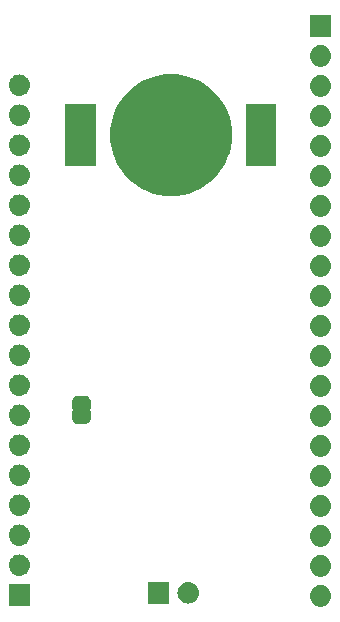
<source format=gbr>
G04 #@! TF.GenerationSoftware,KiCad,Pcbnew,(5.1.0)-1*
G04 #@! TF.CreationDate,2019-05-02T11:49:30+02:00*
G04 #@! TF.ProjectId,expansion,65787061-6e73-4696-9f6e-2e6b69636164,rev?*
G04 #@! TF.SameCoordinates,Original*
G04 #@! TF.FileFunction,Soldermask,Bot*
G04 #@! TF.FilePolarity,Negative*
%FSLAX46Y46*%
G04 Gerber Fmt 4.6, Leading zero omitted, Abs format (unit mm)*
G04 Created by KiCad (PCBNEW (5.1.0)-1) date 2019-05-02 11:49:30*
%MOMM*%
%LPD*%
G04 APERTURE LIST*
%ADD10C,0.100000*%
G04 APERTURE END LIST*
D10*
G36*
X151860443Y-103115519D02*
G01*
X151926627Y-103122037D01*
X152096466Y-103173557D01*
X152252991Y-103257222D01*
X152288729Y-103286552D01*
X152390186Y-103369814D01*
X152473448Y-103471271D01*
X152502778Y-103507009D01*
X152586443Y-103663534D01*
X152637963Y-103833373D01*
X152655359Y-104010000D01*
X152637963Y-104186627D01*
X152586443Y-104356466D01*
X152502778Y-104512991D01*
X152473448Y-104548729D01*
X152390186Y-104650186D01*
X152288729Y-104733448D01*
X152252991Y-104762778D01*
X152096466Y-104846443D01*
X151926627Y-104897963D01*
X151860442Y-104904482D01*
X151794260Y-104911000D01*
X151705740Y-104911000D01*
X151639558Y-104904482D01*
X151573373Y-104897963D01*
X151403534Y-104846443D01*
X151247009Y-104762778D01*
X151211271Y-104733448D01*
X151109814Y-104650186D01*
X151026552Y-104548729D01*
X150997222Y-104512991D01*
X150913557Y-104356466D01*
X150862037Y-104186627D01*
X150844641Y-104010000D01*
X150862037Y-103833373D01*
X150913557Y-103663534D01*
X150997222Y-103507009D01*
X151026552Y-103471271D01*
X151109814Y-103369814D01*
X151211271Y-103286552D01*
X151247009Y-103257222D01*
X151403534Y-103173557D01*
X151573373Y-103122037D01*
X151639557Y-103115519D01*
X151705740Y-103109000D01*
X151794260Y-103109000D01*
X151860443Y-103115519D01*
X151860443Y-103115519D01*
G37*
G36*
X127151000Y-104841000D02*
G01*
X125349000Y-104841000D01*
X125349000Y-103039000D01*
X127151000Y-103039000D01*
X127151000Y-104841000D01*
X127151000Y-104841000D01*
G37*
G36*
X140650443Y-102855519D02*
G01*
X140716627Y-102862037D01*
X140886466Y-102913557D01*
X141042991Y-102997222D01*
X141078729Y-103026552D01*
X141180186Y-103109814D01*
X141263448Y-103211271D01*
X141292778Y-103247009D01*
X141376443Y-103403534D01*
X141427963Y-103573373D01*
X141445359Y-103750000D01*
X141427963Y-103926627D01*
X141376443Y-104096466D01*
X141292778Y-104252991D01*
X141263448Y-104288729D01*
X141180186Y-104390186D01*
X141078729Y-104473448D01*
X141042991Y-104502778D01*
X140886466Y-104586443D01*
X140716627Y-104637963D01*
X140650442Y-104644482D01*
X140584260Y-104651000D01*
X140495740Y-104651000D01*
X140429557Y-104644481D01*
X140363373Y-104637963D01*
X140193534Y-104586443D01*
X140037009Y-104502778D01*
X140001271Y-104473448D01*
X139899814Y-104390186D01*
X139816552Y-104288729D01*
X139787222Y-104252991D01*
X139703557Y-104096466D01*
X139652037Y-103926627D01*
X139634641Y-103750000D01*
X139652037Y-103573373D01*
X139703557Y-103403534D01*
X139787222Y-103247009D01*
X139816552Y-103211271D01*
X139899814Y-103109814D01*
X140001271Y-103026552D01*
X140037009Y-102997222D01*
X140193534Y-102913557D01*
X140363373Y-102862037D01*
X140429557Y-102855519D01*
X140495740Y-102849000D01*
X140584260Y-102849000D01*
X140650443Y-102855519D01*
X140650443Y-102855519D01*
G37*
G36*
X138901000Y-104651000D02*
G01*
X137099000Y-104651000D01*
X137099000Y-102849000D01*
X138901000Y-102849000D01*
X138901000Y-104651000D01*
X138901000Y-104651000D01*
G37*
G36*
X151860442Y-100575518D02*
G01*
X151926627Y-100582037D01*
X152096466Y-100633557D01*
X152252991Y-100717222D01*
X152288729Y-100746552D01*
X152390186Y-100829814D01*
X152445332Y-100897011D01*
X152502778Y-100967009D01*
X152586443Y-101123534D01*
X152637963Y-101293373D01*
X152655359Y-101470000D01*
X152637963Y-101646627D01*
X152586443Y-101816466D01*
X152502778Y-101972991D01*
X152473448Y-102008729D01*
X152390186Y-102110186D01*
X152288729Y-102193448D01*
X152252991Y-102222778D01*
X152096466Y-102306443D01*
X151926627Y-102357963D01*
X151860443Y-102364481D01*
X151794260Y-102371000D01*
X151705740Y-102371000D01*
X151639557Y-102364481D01*
X151573373Y-102357963D01*
X151403534Y-102306443D01*
X151247009Y-102222778D01*
X151211271Y-102193448D01*
X151109814Y-102110186D01*
X151026552Y-102008729D01*
X150997222Y-101972991D01*
X150913557Y-101816466D01*
X150862037Y-101646627D01*
X150844641Y-101470000D01*
X150862037Y-101293373D01*
X150913557Y-101123534D01*
X150997222Y-100967009D01*
X151054668Y-100897011D01*
X151109814Y-100829814D01*
X151211271Y-100746552D01*
X151247009Y-100717222D01*
X151403534Y-100633557D01*
X151573373Y-100582037D01*
X151639558Y-100575518D01*
X151705740Y-100569000D01*
X151794260Y-100569000D01*
X151860442Y-100575518D01*
X151860442Y-100575518D01*
G37*
G36*
X126360443Y-100505519D02*
G01*
X126426627Y-100512037D01*
X126596466Y-100563557D01*
X126752991Y-100647222D01*
X126788729Y-100676552D01*
X126890186Y-100759814D01*
X126947633Y-100829815D01*
X127002778Y-100897009D01*
X127086443Y-101053534D01*
X127137963Y-101223373D01*
X127155359Y-101400000D01*
X127137963Y-101576627D01*
X127086443Y-101746466D01*
X127002778Y-101902991D01*
X126973448Y-101938729D01*
X126890186Y-102040186D01*
X126804889Y-102110186D01*
X126752991Y-102152778D01*
X126596466Y-102236443D01*
X126426627Y-102287963D01*
X126360442Y-102294482D01*
X126294260Y-102301000D01*
X126205740Y-102301000D01*
X126139558Y-102294482D01*
X126073373Y-102287963D01*
X125903534Y-102236443D01*
X125747009Y-102152778D01*
X125695111Y-102110186D01*
X125609814Y-102040186D01*
X125526552Y-101938729D01*
X125497222Y-101902991D01*
X125413557Y-101746466D01*
X125362037Y-101576627D01*
X125344641Y-101400000D01*
X125362037Y-101223373D01*
X125413557Y-101053534D01*
X125497222Y-100897009D01*
X125552367Y-100829815D01*
X125609814Y-100759814D01*
X125711271Y-100676552D01*
X125747009Y-100647222D01*
X125903534Y-100563557D01*
X126073373Y-100512037D01*
X126139557Y-100505519D01*
X126205740Y-100499000D01*
X126294260Y-100499000D01*
X126360443Y-100505519D01*
X126360443Y-100505519D01*
G37*
G36*
X151860442Y-98035518D02*
G01*
X151926627Y-98042037D01*
X152096466Y-98093557D01*
X152252991Y-98177222D01*
X152288729Y-98206552D01*
X152390186Y-98289814D01*
X152445332Y-98357011D01*
X152502778Y-98427009D01*
X152586443Y-98583534D01*
X152637963Y-98753373D01*
X152655359Y-98930000D01*
X152637963Y-99106627D01*
X152586443Y-99276466D01*
X152502778Y-99432991D01*
X152473448Y-99468729D01*
X152390186Y-99570186D01*
X152288729Y-99653448D01*
X152252991Y-99682778D01*
X152096466Y-99766443D01*
X151926627Y-99817963D01*
X151860443Y-99824481D01*
X151794260Y-99831000D01*
X151705740Y-99831000D01*
X151639558Y-99824482D01*
X151573373Y-99817963D01*
X151403534Y-99766443D01*
X151247009Y-99682778D01*
X151211271Y-99653448D01*
X151109814Y-99570186D01*
X151026552Y-99468729D01*
X150997222Y-99432991D01*
X150913557Y-99276466D01*
X150862037Y-99106627D01*
X150844641Y-98930000D01*
X150862037Y-98753373D01*
X150913557Y-98583534D01*
X150997222Y-98427009D01*
X151054668Y-98357011D01*
X151109814Y-98289814D01*
X151211271Y-98206552D01*
X151247009Y-98177222D01*
X151403534Y-98093557D01*
X151573373Y-98042037D01*
X151639558Y-98035518D01*
X151705740Y-98029000D01*
X151794260Y-98029000D01*
X151860442Y-98035518D01*
X151860442Y-98035518D01*
G37*
G36*
X126360443Y-97965519D02*
G01*
X126426627Y-97972037D01*
X126596466Y-98023557D01*
X126752991Y-98107222D01*
X126788729Y-98136552D01*
X126890186Y-98219814D01*
X126947633Y-98289815D01*
X127002778Y-98357009D01*
X127086443Y-98513534D01*
X127137963Y-98683373D01*
X127155359Y-98860000D01*
X127137963Y-99036627D01*
X127086443Y-99206466D01*
X127002778Y-99362991D01*
X126973448Y-99398729D01*
X126890186Y-99500186D01*
X126804889Y-99570186D01*
X126752991Y-99612778D01*
X126596466Y-99696443D01*
X126426627Y-99747963D01*
X126360443Y-99754481D01*
X126294260Y-99761000D01*
X126205740Y-99761000D01*
X126139558Y-99754482D01*
X126073373Y-99747963D01*
X125903534Y-99696443D01*
X125747009Y-99612778D01*
X125695111Y-99570186D01*
X125609814Y-99500186D01*
X125526552Y-99398729D01*
X125497222Y-99362991D01*
X125413557Y-99206466D01*
X125362037Y-99036627D01*
X125344641Y-98860000D01*
X125362037Y-98683373D01*
X125413557Y-98513534D01*
X125497222Y-98357009D01*
X125552367Y-98289815D01*
X125609814Y-98219814D01*
X125711271Y-98136552D01*
X125747009Y-98107222D01*
X125903534Y-98023557D01*
X126073373Y-97972037D01*
X126139557Y-97965519D01*
X126205740Y-97959000D01*
X126294260Y-97959000D01*
X126360443Y-97965519D01*
X126360443Y-97965519D01*
G37*
G36*
X151860443Y-95495519D02*
G01*
X151926627Y-95502037D01*
X152096466Y-95553557D01*
X152252991Y-95637222D01*
X152288729Y-95666552D01*
X152390186Y-95749814D01*
X152445332Y-95817011D01*
X152502778Y-95887009D01*
X152586443Y-96043534D01*
X152637963Y-96213373D01*
X152655359Y-96390000D01*
X152637963Y-96566627D01*
X152586443Y-96736466D01*
X152502778Y-96892991D01*
X152473448Y-96928729D01*
X152390186Y-97030186D01*
X152288729Y-97113448D01*
X152252991Y-97142778D01*
X152096466Y-97226443D01*
X151926627Y-97277963D01*
X151860443Y-97284481D01*
X151794260Y-97291000D01*
X151705740Y-97291000D01*
X151639558Y-97284482D01*
X151573373Y-97277963D01*
X151403534Y-97226443D01*
X151247009Y-97142778D01*
X151211271Y-97113448D01*
X151109814Y-97030186D01*
X151026552Y-96928729D01*
X150997222Y-96892991D01*
X150913557Y-96736466D01*
X150862037Y-96566627D01*
X150844641Y-96390000D01*
X150862037Y-96213373D01*
X150913557Y-96043534D01*
X150997222Y-95887009D01*
X151054668Y-95817011D01*
X151109814Y-95749814D01*
X151211271Y-95666552D01*
X151247009Y-95637222D01*
X151403534Y-95553557D01*
X151573373Y-95502037D01*
X151639558Y-95495518D01*
X151705740Y-95489000D01*
X151794260Y-95489000D01*
X151860443Y-95495519D01*
X151860443Y-95495519D01*
G37*
G36*
X126360442Y-95425518D02*
G01*
X126426627Y-95432037D01*
X126596466Y-95483557D01*
X126752991Y-95567222D01*
X126788729Y-95596552D01*
X126890186Y-95679814D01*
X126947633Y-95749815D01*
X127002778Y-95817009D01*
X127086443Y-95973534D01*
X127137963Y-96143373D01*
X127155359Y-96320000D01*
X127137963Y-96496627D01*
X127086443Y-96666466D01*
X127002778Y-96822991D01*
X126973448Y-96858729D01*
X126890186Y-96960186D01*
X126804889Y-97030186D01*
X126752991Y-97072778D01*
X126596466Y-97156443D01*
X126426627Y-97207963D01*
X126360443Y-97214481D01*
X126294260Y-97221000D01*
X126205740Y-97221000D01*
X126139557Y-97214481D01*
X126073373Y-97207963D01*
X125903534Y-97156443D01*
X125747009Y-97072778D01*
X125695111Y-97030186D01*
X125609814Y-96960186D01*
X125526552Y-96858729D01*
X125497222Y-96822991D01*
X125413557Y-96666466D01*
X125362037Y-96496627D01*
X125344641Y-96320000D01*
X125362037Y-96143373D01*
X125413557Y-95973534D01*
X125497222Y-95817009D01*
X125552367Y-95749815D01*
X125609814Y-95679814D01*
X125711271Y-95596552D01*
X125747009Y-95567222D01*
X125903534Y-95483557D01*
X126073373Y-95432037D01*
X126139558Y-95425518D01*
X126205740Y-95419000D01*
X126294260Y-95419000D01*
X126360442Y-95425518D01*
X126360442Y-95425518D01*
G37*
G36*
X151860442Y-92955518D02*
G01*
X151926627Y-92962037D01*
X152096466Y-93013557D01*
X152252991Y-93097222D01*
X152288729Y-93126552D01*
X152390186Y-93209814D01*
X152445332Y-93277011D01*
X152502778Y-93347009D01*
X152586443Y-93503534D01*
X152637963Y-93673373D01*
X152655359Y-93850000D01*
X152637963Y-94026627D01*
X152586443Y-94196466D01*
X152502778Y-94352991D01*
X152473448Y-94388729D01*
X152390186Y-94490186D01*
X152288729Y-94573448D01*
X152252991Y-94602778D01*
X152096466Y-94686443D01*
X151926627Y-94737963D01*
X151860442Y-94744482D01*
X151794260Y-94751000D01*
X151705740Y-94751000D01*
X151639557Y-94744481D01*
X151573373Y-94737963D01*
X151403534Y-94686443D01*
X151247009Y-94602778D01*
X151211271Y-94573448D01*
X151109814Y-94490186D01*
X151026552Y-94388729D01*
X150997222Y-94352991D01*
X150913557Y-94196466D01*
X150862037Y-94026627D01*
X150844641Y-93850000D01*
X150862037Y-93673373D01*
X150913557Y-93503534D01*
X150997222Y-93347009D01*
X151054668Y-93277011D01*
X151109814Y-93209814D01*
X151211271Y-93126552D01*
X151247009Y-93097222D01*
X151403534Y-93013557D01*
X151573373Y-92962037D01*
X151639558Y-92955518D01*
X151705740Y-92949000D01*
X151794260Y-92949000D01*
X151860442Y-92955518D01*
X151860442Y-92955518D01*
G37*
G36*
X126360443Y-92885519D02*
G01*
X126426627Y-92892037D01*
X126596466Y-92943557D01*
X126752991Y-93027222D01*
X126788729Y-93056552D01*
X126890186Y-93139814D01*
X126947633Y-93209815D01*
X127002778Y-93277009D01*
X127086443Y-93433534D01*
X127137963Y-93603373D01*
X127155359Y-93780000D01*
X127137963Y-93956627D01*
X127086443Y-94126466D01*
X127002778Y-94282991D01*
X126973448Y-94318729D01*
X126890186Y-94420186D01*
X126804889Y-94490186D01*
X126752991Y-94532778D01*
X126596466Y-94616443D01*
X126426627Y-94667963D01*
X126360443Y-94674481D01*
X126294260Y-94681000D01*
X126205740Y-94681000D01*
X126139557Y-94674481D01*
X126073373Y-94667963D01*
X125903534Y-94616443D01*
X125747009Y-94532778D01*
X125695111Y-94490186D01*
X125609814Y-94420186D01*
X125526552Y-94318729D01*
X125497222Y-94282991D01*
X125413557Y-94126466D01*
X125362037Y-93956627D01*
X125344641Y-93780000D01*
X125362037Y-93603373D01*
X125413557Y-93433534D01*
X125497222Y-93277009D01*
X125552367Y-93209815D01*
X125609814Y-93139814D01*
X125711271Y-93056552D01*
X125747009Y-93027222D01*
X125903534Y-92943557D01*
X126073373Y-92892037D01*
X126139557Y-92885519D01*
X126205740Y-92879000D01*
X126294260Y-92879000D01*
X126360443Y-92885519D01*
X126360443Y-92885519D01*
G37*
G36*
X151860442Y-90415518D02*
G01*
X151926627Y-90422037D01*
X152096466Y-90473557D01*
X152252991Y-90557222D01*
X152288729Y-90586552D01*
X152390186Y-90669814D01*
X152445332Y-90737011D01*
X152502778Y-90807009D01*
X152586443Y-90963534D01*
X152637963Y-91133373D01*
X152655359Y-91310000D01*
X152637963Y-91486627D01*
X152586443Y-91656466D01*
X152502778Y-91812991D01*
X152473448Y-91848729D01*
X152390186Y-91950186D01*
X152288729Y-92033448D01*
X152252991Y-92062778D01*
X152096466Y-92146443D01*
X151926627Y-92197963D01*
X151860443Y-92204481D01*
X151794260Y-92211000D01*
X151705740Y-92211000D01*
X151639558Y-92204482D01*
X151573373Y-92197963D01*
X151403534Y-92146443D01*
X151247009Y-92062778D01*
X151211271Y-92033448D01*
X151109814Y-91950186D01*
X151026552Y-91848729D01*
X150997222Y-91812991D01*
X150913557Y-91656466D01*
X150862037Y-91486627D01*
X150844641Y-91310000D01*
X150862037Y-91133373D01*
X150913557Y-90963534D01*
X150997222Y-90807009D01*
X151054668Y-90737011D01*
X151109814Y-90669814D01*
X151211271Y-90586552D01*
X151247009Y-90557222D01*
X151403534Y-90473557D01*
X151573373Y-90422037D01*
X151639558Y-90415518D01*
X151705740Y-90409000D01*
X151794260Y-90409000D01*
X151860442Y-90415518D01*
X151860442Y-90415518D01*
G37*
G36*
X126360443Y-90345519D02*
G01*
X126426627Y-90352037D01*
X126596466Y-90403557D01*
X126752991Y-90487222D01*
X126788729Y-90516552D01*
X126890186Y-90599814D01*
X126947633Y-90669815D01*
X127002778Y-90737009D01*
X127086443Y-90893534D01*
X127137963Y-91063373D01*
X127155359Y-91240000D01*
X127137963Y-91416627D01*
X127086443Y-91586466D01*
X127002778Y-91742991D01*
X126973448Y-91778729D01*
X126890186Y-91880186D01*
X126804889Y-91950186D01*
X126752991Y-91992778D01*
X126596466Y-92076443D01*
X126426627Y-92127963D01*
X126360442Y-92134482D01*
X126294260Y-92141000D01*
X126205740Y-92141000D01*
X126139558Y-92134482D01*
X126073373Y-92127963D01*
X125903534Y-92076443D01*
X125747009Y-91992778D01*
X125695111Y-91950186D01*
X125609814Y-91880186D01*
X125526552Y-91778729D01*
X125497222Y-91742991D01*
X125413557Y-91586466D01*
X125362037Y-91416627D01*
X125344641Y-91240000D01*
X125362037Y-91063373D01*
X125413557Y-90893534D01*
X125497222Y-90737009D01*
X125552367Y-90669815D01*
X125609814Y-90599814D01*
X125711271Y-90516552D01*
X125747009Y-90487222D01*
X125903534Y-90403557D01*
X126073373Y-90352037D01*
X126139557Y-90345519D01*
X126205740Y-90339000D01*
X126294260Y-90339000D01*
X126360443Y-90345519D01*
X126360443Y-90345519D01*
G37*
G36*
X151860442Y-87875518D02*
G01*
X151926627Y-87882037D01*
X152096466Y-87933557D01*
X152252991Y-88017222D01*
X152288729Y-88046552D01*
X152390186Y-88129814D01*
X152459045Y-88213720D01*
X152502778Y-88267009D01*
X152502779Y-88267011D01*
X152554495Y-88363763D01*
X152586443Y-88423534D01*
X152637963Y-88593373D01*
X152655359Y-88770000D01*
X152637963Y-88946627D01*
X152600338Y-89070660D01*
X152586442Y-89116468D01*
X152565681Y-89155309D01*
X152502778Y-89272991D01*
X152473448Y-89308729D01*
X152390186Y-89410186D01*
X152288729Y-89493448D01*
X152252991Y-89522778D01*
X152096466Y-89606443D01*
X151926627Y-89657963D01*
X151860442Y-89664482D01*
X151794260Y-89671000D01*
X151705740Y-89671000D01*
X151639558Y-89664482D01*
X151573373Y-89657963D01*
X151403534Y-89606443D01*
X151247009Y-89522778D01*
X151211271Y-89493448D01*
X151109814Y-89410186D01*
X151026552Y-89308729D01*
X150997222Y-89272991D01*
X150934319Y-89155309D01*
X150913558Y-89116468D01*
X150899662Y-89070660D01*
X150862037Y-88946627D01*
X150844641Y-88770000D01*
X150862037Y-88593373D01*
X150913557Y-88423534D01*
X150945506Y-88363763D01*
X150997221Y-88267011D01*
X150997222Y-88267009D01*
X151040955Y-88213720D01*
X151109814Y-88129814D01*
X151211271Y-88046552D01*
X151247009Y-88017222D01*
X151403534Y-87933557D01*
X151573373Y-87882037D01*
X151639558Y-87875518D01*
X151705740Y-87869000D01*
X151794260Y-87869000D01*
X151860442Y-87875518D01*
X151860442Y-87875518D01*
G37*
G36*
X126360443Y-87805519D02*
G01*
X126426627Y-87812037D01*
X126596466Y-87863557D01*
X126752991Y-87947222D01*
X126788729Y-87976552D01*
X126890186Y-88059814D01*
X126965222Y-88151247D01*
X127002778Y-88197009D01*
X127002779Y-88197011D01*
X127083888Y-88348753D01*
X127086443Y-88353534D01*
X127137963Y-88523373D01*
X127155359Y-88700000D01*
X127137963Y-88876627D01*
X127086443Y-89046466D01*
X127002778Y-89202991D01*
X126973448Y-89238729D01*
X126890186Y-89340186D01*
X126804889Y-89410186D01*
X126752991Y-89452778D01*
X126596466Y-89536443D01*
X126426627Y-89587963D01*
X126360443Y-89594481D01*
X126294260Y-89601000D01*
X126205740Y-89601000D01*
X126139557Y-89594481D01*
X126073373Y-89587963D01*
X125903534Y-89536443D01*
X125747009Y-89452778D01*
X125695111Y-89410186D01*
X125609814Y-89340186D01*
X125526552Y-89238729D01*
X125497222Y-89202991D01*
X125413557Y-89046466D01*
X125362037Y-88876627D01*
X125344641Y-88700000D01*
X125362037Y-88523373D01*
X125413557Y-88353534D01*
X125416113Y-88348753D01*
X125497221Y-88197011D01*
X125497222Y-88197009D01*
X125534778Y-88151247D01*
X125609814Y-88059814D01*
X125711271Y-87976552D01*
X125747009Y-87947222D01*
X125903534Y-87863557D01*
X126073373Y-87812037D01*
X126139557Y-87805519D01*
X126205740Y-87799000D01*
X126294260Y-87799000D01*
X126360443Y-87805519D01*
X126360443Y-87805519D01*
G37*
G36*
X131762199Y-87049954D02*
G01*
X131774450Y-87050556D01*
X131792869Y-87050556D01*
X131815149Y-87052750D01*
X131899233Y-87069476D01*
X131920660Y-87075976D01*
X131999858Y-87108780D01*
X132005303Y-87111691D01*
X132005309Y-87111693D01*
X132014169Y-87116429D01*
X132014173Y-87116432D01*
X132019614Y-87119340D01*
X132090899Y-87166971D01*
X132108204Y-87181172D01*
X132168828Y-87241796D01*
X132183029Y-87259101D01*
X132230660Y-87330386D01*
X132233568Y-87335827D01*
X132233571Y-87335831D01*
X132238307Y-87344691D01*
X132238309Y-87344697D01*
X132241220Y-87350142D01*
X132274024Y-87429340D01*
X132280524Y-87450767D01*
X132297250Y-87534851D01*
X132299444Y-87557131D01*
X132299444Y-87575550D01*
X132300046Y-87587801D01*
X132301852Y-87606139D01*
X132301852Y-88093860D01*
X132300263Y-88109999D01*
X132297348Y-88119608D01*
X132292610Y-88128472D01*
X132286237Y-88136237D01*
X132273794Y-88146448D01*
X132263425Y-88153378D01*
X132246098Y-88170705D01*
X132232485Y-88191080D01*
X132223109Y-88213720D01*
X132218329Y-88237753D01*
X132218330Y-88262257D01*
X132223112Y-88286290D01*
X132232490Y-88308929D01*
X132246105Y-88329302D01*
X132263432Y-88346629D01*
X132273802Y-88353558D01*
X132286237Y-88363763D01*
X132292610Y-88371528D01*
X132297348Y-88380392D01*
X132300263Y-88390001D01*
X132301852Y-88406140D01*
X132301852Y-88893862D01*
X132300046Y-88912199D01*
X132299444Y-88924450D01*
X132299444Y-88942869D01*
X132297250Y-88965149D01*
X132280524Y-89049233D01*
X132274024Y-89070660D01*
X132241220Y-89149858D01*
X132238309Y-89155303D01*
X132238307Y-89155309D01*
X132233571Y-89164169D01*
X132233568Y-89164173D01*
X132230660Y-89169614D01*
X132183029Y-89240899D01*
X132168828Y-89258204D01*
X132108204Y-89318828D01*
X132090899Y-89333029D01*
X132019614Y-89380660D01*
X132014173Y-89383568D01*
X132014169Y-89383571D01*
X132005309Y-89388307D01*
X132005303Y-89388309D01*
X131999858Y-89391220D01*
X131920660Y-89424024D01*
X131899233Y-89430524D01*
X131815149Y-89447250D01*
X131792869Y-89449444D01*
X131774450Y-89449444D01*
X131762199Y-89450046D01*
X131743862Y-89451852D01*
X131256138Y-89451852D01*
X131237801Y-89450046D01*
X131225550Y-89449444D01*
X131207131Y-89449444D01*
X131184851Y-89447250D01*
X131100767Y-89430524D01*
X131079340Y-89424024D01*
X131000142Y-89391220D01*
X130994697Y-89388309D01*
X130994691Y-89388307D01*
X130985831Y-89383571D01*
X130985827Y-89383568D01*
X130980386Y-89380660D01*
X130909101Y-89333029D01*
X130891796Y-89318828D01*
X130831172Y-89258204D01*
X130816971Y-89240899D01*
X130769340Y-89169614D01*
X130766432Y-89164173D01*
X130766429Y-89164169D01*
X130761693Y-89155309D01*
X130761691Y-89155303D01*
X130758780Y-89149858D01*
X130725976Y-89070660D01*
X130719476Y-89049233D01*
X130702750Y-88965149D01*
X130700556Y-88942869D01*
X130700556Y-88924450D01*
X130699954Y-88912199D01*
X130698148Y-88893862D01*
X130698148Y-88406140D01*
X130699737Y-88390001D01*
X130702652Y-88380392D01*
X130707390Y-88371528D01*
X130713763Y-88363763D01*
X130726206Y-88353552D01*
X130736575Y-88346622D01*
X130753902Y-88329295D01*
X130767515Y-88308920D01*
X130776891Y-88286280D01*
X130781671Y-88262247D01*
X130781670Y-88237743D01*
X130776888Y-88213710D01*
X130767510Y-88191071D01*
X130753895Y-88170698D01*
X130736568Y-88153371D01*
X130726198Y-88146442D01*
X130713763Y-88136237D01*
X130707390Y-88128472D01*
X130702652Y-88119608D01*
X130699737Y-88109999D01*
X130698148Y-88093860D01*
X130698148Y-87606139D01*
X130699954Y-87587801D01*
X130700556Y-87575550D01*
X130700556Y-87557131D01*
X130702750Y-87534851D01*
X130719476Y-87450767D01*
X130725976Y-87429340D01*
X130758780Y-87350142D01*
X130761691Y-87344697D01*
X130761693Y-87344691D01*
X130766429Y-87335831D01*
X130766432Y-87335827D01*
X130769340Y-87330386D01*
X130816971Y-87259101D01*
X130831172Y-87241796D01*
X130891796Y-87181172D01*
X130909101Y-87166971D01*
X130980386Y-87119340D01*
X130985827Y-87116432D01*
X130985831Y-87116429D01*
X130994691Y-87111693D01*
X130994697Y-87111691D01*
X131000142Y-87108780D01*
X131079340Y-87075976D01*
X131100767Y-87069476D01*
X131184851Y-87052750D01*
X131207131Y-87050556D01*
X131225550Y-87050556D01*
X131237801Y-87049954D01*
X131256139Y-87048148D01*
X131743861Y-87048148D01*
X131762199Y-87049954D01*
X131762199Y-87049954D01*
G37*
G36*
X151860443Y-85335519D02*
G01*
X151926627Y-85342037D01*
X152096466Y-85393557D01*
X152252991Y-85477222D01*
X152288729Y-85506552D01*
X152390186Y-85589814D01*
X152445332Y-85657011D01*
X152502778Y-85727009D01*
X152586443Y-85883534D01*
X152637963Y-86053373D01*
X152655359Y-86230000D01*
X152637963Y-86406627D01*
X152586443Y-86576466D01*
X152502778Y-86732991D01*
X152473448Y-86768729D01*
X152390186Y-86870186D01*
X152288729Y-86953448D01*
X152252991Y-86982778D01*
X152096466Y-87066443D01*
X151926627Y-87117963D01*
X151860443Y-87124481D01*
X151794260Y-87131000D01*
X151705740Y-87131000D01*
X151639557Y-87124481D01*
X151573373Y-87117963D01*
X151403534Y-87066443D01*
X151247009Y-86982778D01*
X151211271Y-86953448D01*
X151109814Y-86870186D01*
X151026552Y-86768729D01*
X150997222Y-86732991D01*
X150913557Y-86576466D01*
X150862037Y-86406627D01*
X150844641Y-86230000D01*
X150862037Y-86053373D01*
X150913557Y-85883534D01*
X150997222Y-85727009D01*
X151054668Y-85657011D01*
X151109814Y-85589814D01*
X151211271Y-85506552D01*
X151247009Y-85477222D01*
X151403534Y-85393557D01*
X151573373Y-85342037D01*
X151639557Y-85335519D01*
X151705740Y-85329000D01*
X151794260Y-85329000D01*
X151860443Y-85335519D01*
X151860443Y-85335519D01*
G37*
G36*
X126360442Y-85265518D02*
G01*
X126426627Y-85272037D01*
X126596466Y-85323557D01*
X126752991Y-85407222D01*
X126788729Y-85436552D01*
X126890186Y-85519814D01*
X126947633Y-85589815D01*
X127002778Y-85657009D01*
X127086443Y-85813534D01*
X127137963Y-85983373D01*
X127155359Y-86160000D01*
X127137963Y-86336627D01*
X127086443Y-86506466D01*
X127002778Y-86662991D01*
X126973448Y-86698729D01*
X126890186Y-86800186D01*
X126804889Y-86870186D01*
X126752991Y-86912778D01*
X126596466Y-86996443D01*
X126426627Y-87047963D01*
X126360443Y-87054481D01*
X126294260Y-87061000D01*
X126205740Y-87061000D01*
X126139557Y-87054481D01*
X126073373Y-87047963D01*
X125903534Y-86996443D01*
X125747009Y-86912778D01*
X125695111Y-86870186D01*
X125609814Y-86800186D01*
X125526552Y-86698729D01*
X125497222Y-86662991D01*
X125413557Y-86506466D01*
X125362037Y-86336627D01*
X125344641Y-86160000D01*
X125362037Y-85983373D01*
X125413557Y-85813534D01*
X125497222Y-85657009D01*
X125552367Y-85589815D01*
X125609814Y-85519814D01*
X125711271Y-85436552D01*
X125747009Y-85407222D01*
X125903534Y-85323557D01*
X126073373Y-85272037D01*
X126139558Y-85265518D01*
X126205740Y-85259000D01*
X126294260Y-85259000D01*
X126360442Y-85265518D01*
X126360442Y-85265518D01*
G37*
G36*
X151860442Y-82795518D02*
G01*
X151926627Y-82802037D01*
X152096466Y-82853557D01*
X152252991Y-82937222D01*
X152288729Y-82966552D01*
X152390186Y-83049814D01*
X152445332Y-83117011D01*
X152502778Y-83187009D01*
X152586443Y-83343534D01*
X152637963Y-83513373D01*
X152655359Y-83690000D01*
X152637963Y-83866627D01*
X152586443Y-84036466D01*
X152502778Y-84192991D01*
X152473448Y-84228729D01*
X152390186Y-84330186D01*
X152288729Y-84413448D01*
X152252991Y-84442778D01*
X152096466Y-84526443D01*
X151926627Y-84577963D01*
X151860443Y-84584481D01*
X151794260Y-84591000D01*
X151705740Y-84591000D01*
X151639557Y-84584481D01*
X151573373Y-84577963D01*
X151403534Y-84526443D01*
X151247009Y-84442778D01*
X151211271Y-84413448D01*
X151109814Y-84330186D01*
X151026552Y-84228729D01*
X150997222Y-84192991D01*
X150913557Y-84036466D01*
X150862037Y-83866627D01*
X150844641Y-83690000D01*
X150862037Y-83513373D01*
X150913557Y-83343534D01*
X150997222Y-83187009D01*
X151054668Y-83117011D01*
X151109814Y-83049814D01*
X151211271Y-82966552D01*
X151247009Y-82937222D01*
X151403534Y-82853557D01*
X151573373Y-82802037D01*
X151639558Y-82795518D01*
X151705740Y-82789000D01*
X151794260Y-82789000D01*
X151860442Y-82795518D01*
X151860442Y-82795518D01*
G37*
G36*
X126360443Y-82725519D02*
G01*
X126426627Y-82732037D01*
X126596466Y-82783557D01*
X126752991Y-82867222D01*
X126788729Y-82896552D01*
X126890186Y-82979814D01*
X126947633Y-83049815D01*
X127002778Y-83117009D01*
X127086443Y-83273534D01*
X127137963Y-83443373D01*
X127155359Y-83620000D01*
X127137963Y-83796627D01*
X127086443Y-83966466D01*
X127002778Y-84122991D01*
X126973448Y-84158729D01*
X126890186Y-84260186D01*
X126804889Y-84330186D01*
X126752991Y-84372778D01*
X126596466Y-84456443D01*
X126426627Y-84507963D01*
X126360443Y-84514481D01*
X126294260Y-84521000D01*
X126205740Y-84521000D01*
X126139557Y-84514481D01*
X126073373Y-84507963D01*
X125903534Y-84456443D01*
X125747009Y-84372778D01*
X125695111Y-84330186D01*
X125609814Y-84260186D01*
X125526552Y-84158729D01*
X125497222Y-84122991D01*
X125413557Y-83966466D01*
X125362037Y-83796627D01*
X125344641Y-83620000D01*
X125362037Y-83443373D01*
X125413557Y-83273534D01*
X125497222Y-83117009D01*
X125552367Y-83049815D01*
X125609814Y-82979814D01*
X125711271Y-82896552D01*
X125747009Y-82867222D01*
X125903534Y-82783557D01*
X126073373Y-82732037D01*
X126139557Y-82725519D01*
X126205740Y-82719000D01*
X126294260Y-82719000D01*
X126360443Y-82725519D01*
X126360443Y-82725519D01*
G37*
G36*
X151860443Y-80255519D02*
G01*
X151926627Y-80262037D01*
X152096466Y-80313557D01*
X152252991Y-80397222D01*
X152288729Y-80426552D01*
X152390186Y-80509814D01*
X152445332Y-80577011D01*
X152502778Y-80647009D01*
X152586443Y-80803534D01*
X152637963Y-80973373D01*
X152655359Y-81150000D01*
X152637963Y-81326627D01*
X152586443Y-81496466D01*
X152502778Y-81652991D01*
X152473448Y-81688729D01*
X152390186Y-81790186D01*
X152288729Y-81873448D01*
X152252991Y-81902778D01*
X152096466Y-81986443D01*
X151926627Y-82037963D01*
X151860442Y-82044482D01*
X151794260Y-82051000D01*
X151705740Y-82051000D01*
X151639558Y-82044482D01*
X151573373Y-82037963D01*
X151403534Y-81986443D01*
X151247009Y-81902778D01*
X151211271Y-81873448D01*
X151109814Y-81790186D01*
X151026552Y-81688729D01*
X150997222Y-81652991D01*
X150913557Y-81496466D01*
X150862037Y-81326627D01*
X150844641Y-81150000D01*
X150862037Y-80973373D01*
X150913557Y-80803534D01*
X150997222Y-80647009D01*
X151054668Y-80577011D01*
X151109814Y-80509814D01*
X151211271Y-80426552D01*
X151247009Y-80397222D01*
X151403534Y-80313557D01*
X151573373Y-80262037D01*
X151639557Y-80255519D01*
X151705740Y-80249000D01*
X151794260Y-80249000D01*
X151860443Y-80255519D01*
X151860443Y-80255519D01*
G37*
G36*
X126360443Y-80185519D02*
G01*
X126426627Y-80192037D01*
X126596466Y-80243557D01*
X126752991Y-80327222D01*
X126788729Y-80356552D01*
X126890186Y-80439814D01*
X126947633Y-80509815D01*
X127002778Y-80577009D01*
X127086443Y-80733534D01*
X127137963Y-80903373D01*
X127155359Y-81080000D01*
X127137963Y-81256627D01*
X127086443Y-81426466D01*
X127002778Y-81582991D01*
X126973448Y-81618729D01*
X126890186Y-81720186D01*
X126804889Y-81790186D01*
X126752991Y-81832778D01*
X126596466Y-81916443D01*
X126426627Y-81967963D01*
X126360442Y-81974482D01*
X126294260Y-81981000D01*
X126205740Y-81981000D01*
X126139558Y-81974482D01*
X126073373Y-81967963D01*
X125903534Y-81916443D01*
X125747009Y-81832778D01*
X125695111Y-81790186D01*
X125609814Y-81720186D01*
X125526552Y-81618729D01*
X125497222Y-81582991D01*
X125413557Y-81426466D01*
X125362037Y-81256627D01*
X125344641Y-81080000D01*
X125362037Y-80903373D01*
X125413557Y-80733534D01*
X125497222Y-80577009D01*
X125552367Y-80509815D01*
X125609814Y-80439814D01*
X125711271Y-80356552D01*
X125747009Y-80327222D01*
X125903534Y-80243557D01*
X126073373Y-80192037D01*
X126139557Y-80185519D01*
X126205740Y-80179000D01*
X126294260Y-80179000D01*
X126360443Y-80185519D01*
X126360443Y-80185519D01*
G37*
G36*
X151860442Y-77715518D02*
G01*
X151926627Y-77722037D01*
X152096466Y-77773557D01*
X152252991Y-77857222D01*
X152288729Y-77886552D01*
X152390186Y-77969814D01*
X152445332Y-78037011D01*
X152502778Y-78107009D01*
X152586443Y-78263534D01*
X152637963Y-78433373D01*
X152655359Y-78610000D01*
X152637963Y-78786627D01*
X152586443Y-78956466D01*
X152502778Y-79112991D01*
X152473448Y-79148729D01*
X152390186Y-79250186D01*
X152288729Y-79333448D01*
X152252991Y-79362778D01*
X152096466Y-79446443D01*
X151926627Y-79497963D01*
X151860442Y-79504482D01*
X151794260Y-79511000D01*
X151705740Y-79511000D01*
X151639558Y-79504482D01*
X151573373Y-79497963D01*
X151403534Y-79446443D01*
X151247009Y-79362778D01*
X151211271Y-79333448D01*
X151109814Y-79250186D01*
X151026552Y-79148729D01*
X150997222Y-79112991D01*
X150913557Y-78956466D01*
X150862037Y-78786627D01*
X150844641Y-78610000D01*
X150862037Y-78433373D01*
X150913557Y-78263534D01*
X150997222Y-78107009D01*
X151054668Y-78037011D01*
X151109814Y-77969814D01*
X151211271Y-77886552D01*
X151247009Y-77857222D01*
X151403534Y-77773557D01*
X151573373Y-77722037D01*
X151639558Y-77715518D01*
X151705740Y-77709000D01*
X151794260Y-77709000D01*
X151860442Y-77715518D01*
X151860442Y-77715518D01*
G37*
G36*
X126360442Y-77645518D02*
G01*
X126426627Y-77652037D01*
X126596466Y-77703557D01*
X126752991Y-77787222D01*
X126788729Y-77816552D01*
X126890186Y-77899814D01*
X126947633Y-77969815D01*
X127002778Y-78037009D01*
X127086443Y-78193534D01*
X127137963Y-78363373D01*
X127155359Y-78540000D01*
X127137963Y-78716627D01*
X127086443Y-78886466D01*
X127002778Y-79042991D01*
X126973448Y-79078729D01*
X126890186Y-79180186D01*
X126804889Y-79250186D01*
X126752991Y-79292778D01*
X126596466Y-79376443D01*
X126426627Y-79427963D01*
X126360443Y-79434481D01*
X126294260Y-79441000D01*
X126205740Y-79441000D01*
X126139557Y-79434481D01*
X126073373Y-79427963D01*
X125903534Y-79376443D01*
X125747009Y-79292778D01*
X125695111Y-79250186D01*
X125609814Y-79180186D01*
X125526552Y-79078729D01*
X125497222Y-79042991D01*
X125413557Y-78886466D01*
X125362037Y-78716627D01*
X125344641Y-78540000D01*
X125362037Y-78363373D01*
X125413557Y-78193534D01*
X125497222Y-78037009D01*
X125552367Y-77969815D01*
X125609814Y-77899814D01*
X125711271Y-77816552D01*
X125747009Y-77787222D01*
X125903534Y-77703557D01*
X126073373Y-77652037D01*
X126139558Y-77645518D01*
X126205740Y-77639000D01*
X126294260Y-77639000D01*
X126360442Y-77645518D01*
X126360442Y-77645518D01*
G37*
G36*
X151860442Y-75175518D02*
G01*
X151926627Y-75182037D01*
X152096466Y-75233557D01*
X152252991Y-75317222D01*
X152288729Y-75346552D01*
X152390186Y-75429814D01*
X152445332Y-75497011D01*
X152502778Y-75567009D01*
X152586443Y-75723534D01*
X152637963Y-75893373D01*
X152655359Y-76070000D01*
X152637963Y-76246627D01*
X152586443Y-76416466D01*
X152502778Y-76572991D01*
X152473448Y-76608729D01*
X152390186Y-76710186D01*
X152288729Y-76793448D01*
X152252991Y-76822778D01*
X152096466Y-76906443D01*
X151926627Y-76957963D01*
X151860443Y-76964481D01*
X151794260Y-76971000D01*
X151705740Y-76971000D01*
X151639557Y-76964481D01*
X151573373Y-76957963D01*
X151403534Y-76906443D01*
X151247009Y-76822778D01*
X151211271Y-76793448D01*
X151109814Y-76710186D01*
X151026552Y-76608729D01*
X150997222Y-76572991D01*
X150913557Y-76416466D01*
X150862037Y-76246627D01*
X150844641Y-76070000D01*
X150862037Y-75893373D01*
X150913557Y-75723534D01*
X150997222Y-75567009D01*
X151054668Y-75497011D01*
X151109814Y-75429814D01*
X151211271Y-75346552D01*
X151247009Y-75317222D01*
X151403534Y-75233557D01*
X151573373Y-75182037D01*
X151639558Y-75175518D01*
X151705740Y-75169000D01*
X151794260Y-75169000D01*
X151860442Y-75175518D01*
X151860442Y-75175518D01*
G37*
G36*
X126360442Y-75105518D02*
G01*
X126426627Y-75112037D01*
X126596466Y-75163557D01*
X126752991Y-75247222D01*
X126788729Y-75276552D01*
X126890186Y-75359814D01*
X126947633Y-75429815D01*
X127002778Y-75497009D01*
X127086443Y-75653534D01*
X127137963Y-75823373D01*
X127155359Y-76000000D01*
X127137963Y-76176627D01*
X127086443Y-76346466D01*
X127002778Y-76502991D01*
X126973448Y-76538729D01*
X126890186Y-76640186D01*
X126804889Y-76710186D01*
X126752991Y-76752778D01*
X126596466Y-76836443D01*
X126426627Y-76887963D01*
X126360442Y-76894482D01*
X126294260Y-76901000D01*
X126205740Y-76901000D01*
X126139558Y-76894482D01*
X126073373Y-76887963D01*
X125903534Y-76836443D01*
X125747009Y-76752778D01*
X125695111Y-76710186D01*
X125609814Y-76640186D01*
X125526552Y-76538729D01*
X125497222Y-76502991D01*
X125413557Y-76346466D01*
X125362037Y-76176627D01*
X125344641Y-76000000D01*
X125362037Y-75823373D01*
X125413557Y-75653534D01*
X125497222Y-75497009D01*
X125552367Y-75429815D01*
X125609814Y-75359814D01*
X125711271Y-75276552D01*
X125747009Y-75247222D01*
X125903534Y-75163557D01*
X126073373Y-75112037D01*
X126139558Y-75105518D01*
X126205740Y-75099000D01*
X126294260Y-75099000D01*
X126360442Y-75105518D01*
X126360442Y-75105518D01*
G37*
G36*
X151860443Y-72635519D02*
G01*
X151926627Y-72642037D01*
X152096466Y-72693557D01*
X152252991Y-72777222D01*
X152288729Y-72806552D01*
X152390186Y-72889814D01*
X152445332Y-72957011D01*
X152502778Y-73027009D01*
X152586443Y-73183534D01*
X152637963Y-73353373D01*
X152655359Y-73530000D01*
X152637963Y-73706627D01*
X152586443Y-73876466D01*
X152502778Y-74032991D01*
X152473448Y-74068729D01*
X152390186Y-74170186D01*
X152288729Y-74253448D01*
X152252991Y-74282778D01*
X152096466Y-74366443D01*
X151926627Y-74417963D01*
X151860443Y-74424481D01*
X151794260Y-74431000D01*
X151705740Y-74431000D01*
X151639557Y-74424481D01*
X151573373Y-74417963D01*
X151403534Y-74366443D01*
X151247009Y-74282778D01*
X151211271Y-74253448D01*
X151109814Y-74170186D01*
X151026552Y-74068729D01*
X150997222Y-74032991D01*
X150913557Y-73876466D01*
X150862037Y-73706627D01*
X150844641Y-73530000D01*
X150862037Y-73353373D01*
X150913557Y-73183534D01*
X150997222Y-73027009D01*
X151054668Y-72957011D01*
X151109814Y-72889814D01*
X151211271Y-72806552D01*
X151247009Y-72777222D01*
X151403534Y-72693557D01*
X151573373Y-72642037D01*
X151639557Y-72635519D01*
X151705740Y-72629000D01*
X151794260Y-72629000D01*
X151860443Y-72635519D01*
X151860443Y-72635519D01*
G37*
G36*
X126360443Y-72565519D02*
G01*
X126426627Y-72572037D01*
X126596466Y-72623557D01*
X126752991Y-72707222D01*
X126788729Y-72736552D01*
X126890186Y-72819814D01*
X126947633Y-72889815D01*
X127002778Y-72957009D01*
X127086443Y-73113534D01*
X127137963Y-73283373D01*
X127155359Y-73460000D01*
X127137963Y-73636627D01*
X127086443Y-73806466D01*
X127002778Y-73962991D01*
X126973448Y-73998729D01*
X126890186Y-74100186D01*
X126804889Y-74170186D01*
X126752991Y-74212778D01*
X126596466Y-74296443D01*
X126426627Y-74347963D01*
X126360442Y-74354482D01*
X126294260Y-74361000D01*
X126205740Y-74361000D01*
X126139558Y-74354482D01*
X126073373Y-74347963D01*
X125903534Y-74296443D01*
X125747009Y-74212778D01*
X125695111Y-74170186D01*
X125609814Y-74100186D01*
X125526552Y-73998729D01*
X125497222Y-73962991D01*
X125413557Y-73806466D01*
X125362037Y-73636627D01*
X125344641Y-73460000D01*
X125362037Y-73283373D01*
X125413557Y-73113534D01*
X125497222Y-72957009D01*
X125552367Y-72889815D01*
X125609814Y-72819814D01*
X125711271Y-72736552D01*
X125747009Y-72707222D01*
X125903534Y-72623557D01*
X126073373Y-72572037D01*
X126139557Y-72565519D01*
X126205740Y-72559000D01*
X126294260Y-72559000D01*
X126360443Y-72565519D01*
X126360443Y-72565519D01*
G37*
G36*
X151860443Y-70095519D02*
G01*
X151926627Y-70102037D01*
X152096466Y-70153557D01*
X152252991Y-70237222D01*
X152288729Y-70266552D01*
X152390186Y-70349814D01*
X152445332Y-70417011D01*
X152502778Y-70487009D01*
X152586443Y-70643534D01*
X152637963Y-70813373D01*
X152655359Y-70990000D01*
X152637963Y-71166627D01*
X152586443Y-71336466D01*
X152502778Y-71492991D01*
X152473448Y-71528729D01*
X152390186Y-71630186D01*
X152288729Y-71713448D01*
X152252991Y-71742778D01*
X152096466Y-71826443D01*
X151926627Y-71877963D01*
X151860442Y-71884482D01*
X151794260Y-71891000D01*
X151705740Y-71891000D01*
X151639558Y-71884482D01*
X151573373Y-71877963D01*
X151403534Y-71826443D01*
X151247009Y-71742778D01*
X151211271Y-71713448D01*
X151109814Y-71630186D01*
X151026552Y-71528729D01*
X150997222Y-71492991D01*
X150913557Y-71336466D01*
X150862037Y-71166627D01*
X150844641Y-70990000D01*
X150862037Y-70813373D01*
X150913557Y-70643534D01*
X150997222Y-70487009D01*
X151054668Y-70417011D01*
X151109814Y-70349814D01*
X151211271Y-70266552D01*
X151247009Y-70237222D01*
X151403534Y-70153557D01*
X151573373Y-70102037D01*
X151639557Y-70095519D01*
X151705740Y-70089000D01*
X151794260Y-70089000D01*
X151860443Y-70095519D01*
X151860443Y-70095519D01*
G37*
G36*
X126360442Y-70025518D02*
G01*
X126426627Y-70032037D01*
X126596466Y-70083557D01*
X126752991Y-70167222D01*
X126788729Y-70196552D01*
X126890186Y-70279814D01*
X126947633Y-70349815D01*
X127002778Y-70417009D01*
X127086443Y-70573534D01*
X127137963Y-70743373D01*
X127155359Y-70920000D01*
X127137963Y-71096627D01*
X127086443Y-71266466D01*
X127002778Y-71422991D01*
X126973448Y-71458729D01*
X126890186Y-71560186D01*
X126804889Y-71630186D01*
X126752991Y-71672778D01*
X126596466Y-71756443D01*
X126426627Y-71807963D01*
X126360443Y-71814481D01*
X126294260Y-71821000D01*
X126205740Y-71821000D01*
X126139557Y-71814481D01*
X126073373Y-71807963D01*
X125903534Y-71756443D01*
X125747009Y-71672778D01*
X125695111Y-71630186D01*
X125609814Y-71560186D01*
X125526552Y-71458729D01*
X125497222Y-71422991D01*
X125413557Y-71266466D01*
X125362037Y-71096627D01*
X125344641Y-70920000D01*
X125362037Y-70743373D01*
X125413557Y-70573534D01*
X125497222Y-70417009D01*
X125552367Y-70349815D01*
X125609814Y-70279814D01*
X125711271Y-70196552D01*
X125747009Y-70167222D01*
X125903534Y-70083557D01*
X126073373Y-70032037D01*
X126139558Y-70025518D01*
X126205740Y-70019000D01*
X126294260Y-70019000D01*
X126360442Y-70025518D01*
X126360442Y-70025518D01*
G37*
G36*
X140602490Y-60046950D02*
G01*
X141109617Y-60257009D01*
X141539913Y-60435243D01*
X142383571Y-60998957D01*
X143101043Y-61716429D01*
X143664757Y-62560087D01*
X143735060Y-62729814D01*
X144053050Y-63497510D01*
X144251000Y-64492669D01*
X144251000Y-65507331D01*
X144053050Y-66502490D01*
X143952001Y-66746443D01*
X143664757Y-67439913D01*
X143101043Y-68283571D01*
X142383571Y-69001043D01*
X141539913Y-69564757D01*
X141151620Y-69725593D01*
X140602490Y-69953050D01*
X139607331Y-70151000D01*
X138592669Y-70151000D01*
X137597510Y-69953050D01*
X137048380Y-69725593D01*
X136660087Y-69564757D01*
X135816429Y-69001043D01*
X135098957Y-68283571D01*
X134535243Y-67439913D01*
X134247999Y-66746443D01*
X134146950Y-66502490D01*
X133949000Y-65507331D01*
X133949000Y-64492669D01*
X134146950Y-63497510D01*
X134464940Y-62729814D01*
X134535243Y-62560087D01*
X135098957Y-61716429D01*
X135816429Y-60998957D01*
X136660087Y-60435243D01*
X137090383Y-60257009D01*
X137597510Y-60046950D01*
X138592669Y-59849000D01*
X139607331Y-59849000D01*
X140602490Y-60046950D01*
X140602490Y-60046950D01*
G37*
G36*
X151860443Y-67555519D02*
G01*
X151926627Y-67562037D01*
X152096466Y-67613557D01*
X152252991Y-67697222D01*
X152288729Y-67726552D01*
X152390186Y-67809814D01*
X152445332Y-67877011D01*
X152502778Y-67947009D01*
X152586443Y-68103534D01*
X152637963Y-68273373D01*
X152655359Y-68450000D01*
X152637963Y-68626627D01*
X152586443Y-68796466D01*
X152502778Y-68952991D01*
X152473448Y-68988729D01*
X152390186Y-69090186D01*
X152288729Y-69173448D01*
X152252991Y-69202778D01*
X152096466Y-69286443D01*
X151926627Y-69337963D01*
X151860443Y-69344481D01*
X151794260Y-69351000D01*
X151705740Y-69351000D01*
X151639557Y-69344481D01*
X151573373Y-69337963D01*
X151403534Y-69286443D01*
X151247009Y-69202778D01*
X151211271Y-69173448D01*
X151109814Y-69090186D01*
X151026552Y-68988729D01*
X150997222Y-68952991D01*
X150913557Y-68796466D01*
X150862037Y-68626627D01*
X150844641Y-68450000D01*
X150862037Y-68273373D01*
X150913557Y-68103534D01*
X150997222Y-67947009D01*
X151054668Y-67877011D01*
X151109814Y-67809814D01*
X151211271Y-67726552D01*
X151247009Y-67697222D01*
X151403534Y-67613557D01*
X151573373Y-67562037D01*
X151639557Y-67555519D01*
X151705740Y-67549000D01*
X151794260Y-67549000D01*
X151860443Y-67555519D01*
X151860443Y-67555519D01*
G37*
G36*
X126360442Y-67485518D02*
G01*
X126426627Y-67492037D01*
X126596466Y-67543557D01*
X126752991Y-67627222D01*
X126788729Y-67656552D01*
X126890186Y-67739814D01*
X126947633Y-67809815D01*
X127002778Y-67877009D01*
X127086443Y-68033534D01*
X127137963Y-68203373D01*
X127155359Y-68380000D01*
X127137963Y-68556627D01*
X127086443Y-68726466D01*
X127002778Y-68882991D01*
X126973448Y-68918729D01*
X126890186Y-69020186D01*
X126804889Y-69090186D01*
X126752991Y-69132778D01*
X126596466Y-69216443D01*
X126426627Y-69267963D01*
X126360442Y-69274482D01*
X126294260Y-69281000D01*
X126205740Y-69281000D01*
X126139558Y-69274482D01*
X126073373Y-69267963D01*
X125903534Y-69216443D01*
X125747009Y-69132778D01*
X125695111Y-69090186D01*
X125609814Y-69020186D01*
X125526552Y-68918729D01*
X125497222Y-68882991D01*
X125413557Y-68726466D01*
X125362037Y-68556627D01*
X125344641Y-68380000D01*
X125362037Y-68203373D01*
X125413557Y-68033534D01*
X125497222Y-67877009D01*
X125552367Y-67809815D01*
X125609814Y-67739814D01*
X125711271Y-67656552D01*
X125747009Y-67627222D01*
X125903534Y-67543557D01*
X126073373Y-67492037D01*
X126139558Y-67485518D01*
X126205740Y-67479000D01*
X126294260Y-67479000D01*
X126360442Y-67485518D01*
X126360442Y-67485518D01*
G37*
G36*
X132701000Y-67601000D02*
G01*
X130099000Y-67601000D01*
X130099000Y-62399000D01*
X132701000Y-62399000D01*
X132701000Y-67601000D01*
X132701000Y-67601000D01*
G37*
G36*
X148001000Y-67601000D02*
G01*
X145399000Y-67601000D01*
X145399000Y-62399000D01*
X148001000Y-62399000D01*
X148001000Y-67601000D01*
X148001000Y-67601000D01*
G37*
G36*
X151860442Y-65015518D02*
G01*
X151926627Y-65022037D01*
X152096466Y-65073557D01*
X152252991Y-65157222D01*
X152288729Y-65186552D01*
X152390186Y-65269814D01*
X152445332Y-65337011D01*
X152502778Y-65407009D01*
X152586443Y-65563534D01*
X152637963Y-65733373D01*
X152655359Y-65910000D01*
X152637963Y-66086627D01*
X152586443Y-66256466D01*
X152502778Y-66412991D01*
X152473448Y-66448729D01*
X152390186Y-66550186D01*
X152288729Y-66633448D01*
X152252991Y-66662778D01*
X152096466Y-66746443D01*
X151926627Y-66797963D01*
X151860443Y-66804481D01*
X151794260Y-66811000D01*
X151705740Y-66811000D01*
X151639557Y-66804481D01*
X151573373Y-66797963D01*
X151403534Y-66746443D01*
X151247009Y-66662778D01*
X151211271Y-66633448D01*
X151109814Y-66550186D01*
X151026552Y-66448729D01*
X150997222Y-66412991D01*
X150913557Y-66256466D01*
X150862037Y-66086627D01*
X150844641Y-65910000D01*
X150862037Y-65733373D01*
X150913557Y-65563534D01*
X150997222Y-65407009D01*
X151054668Y-65337011D01*
X151109814Y-65269814D01*
X151211271Y-65186552D01*
X151247009Y-65157222D01*
X151403534Y-65073557D01*
X151573373Y-65022037D01*
X151639558Y-65015518D01*
X151705740Y-65009000D01*
X151794260Y-65009000D01*
X151860442Y-65015518D01*
X151860442Y-65015518D01*
G37*
G36*
X126360442Y-64945518D02*
G01*
X126426627Y-64952037D01*
X126596466Y-65003557D01*
X126752991Y-65087222D01*
X126788729Y-65116552D01*
X126890186Y-65199814D01*
X126947633Y-65269815D01*
X127002778Y-65337009D01*
X127086443Y-65493534D01*
X127137963Y-65663373D01*
X127155359Y-65840000D01*
X127137963Y-66016627D01*
X127086443Y-66186466D01*
X127002778Y-66342991D01*
X126973448Y-66378729D01*
X126890186Y-66480186D01*
X126804889Y-66550186D01*
X126752991Y-66592778D01*
X126596466Y-66676443D01*
X126426627Y-66727963D01*
X126360442Y-66734482D01*
X126294260Y-66741000D01*
X126205740Y-66741000D01*
X126139558Y-66734482D01*
X126073373Y-66727963D01*
X125903534Y-66676443D01*
X125747009Y-66592778D01*
X125695111Y-66550186D01*
X125609814Y-66480186D01*
X125526552Y-66378729D01*
X125497222Y-66342991D01*
X125413557Y-66186466D01*
X125362037Y-66016627D01*
X125344641Y-65840000D01*
X125362037Y-65663373D01*
X125413557Y-65493534D01*
X125497222Y-65337009D01*
X125552367Y-65269815D01*
X125609814Y-65199814D01*
X125711271Y-65116552D01*
X125747009Y-65087222D01*
X125903534Y-65003557D01*
X126073373Y-64952037D01*
X126139558Y-64945518D01*
X126205740Y-64939000D01*
X126294260Y-64939000D01*
X126360442Y-64945518D01*
X126360442Y-64945518D01*
G37*
G36*
X151860443Y-62475519D02*
G01*
X151926627Y-62482037D01*
X152096466Y-62533557D01*
X152252991Y-62617222D01*
X152288729Y-62646552D01*
X152390186Y-62729814D01*
X152445332Y-62797011D01*
X152502778Y-62867009D01*
X152586443Y-63023534D01*
X152637963Y-63193373D01*
X152655359Y-63370000D01*
X152637963Y-63546627D01*
X152586443Y-63716466D01*
X152502778Y-63872991D01*
X152473448Y-63908729D01*
X152390186Y-64010186D01*
X152288729Y-64093448D01*
X152252991Y-64122778D01*
X152096466Y-64206443D01*
X151926627Y-64257963D01*
X151860443Y-64264481D01*
X151794260Y-64271000D01*
X151705740Y-64271000D01*
X151639557Y-64264481D01*
X151573373Y-64257963D01*
X151403534Y-64206443D01*
X151247009Y-64122778D01*
X151211271Y-64093448D01*
X151109814Y-64010186D01*
X151026552Y-63908729D01*
X150997222Y-63872991D01*
X150913557Y-63716466D01*
X150862037Y-63546627D01*
X150844641Y-63370000D01*
X150862037Y-63193373D01*
X150913557Y-63023534D01*
X150997222Y-62867009D01*
X151054668Y-62797011D01*
X151109814Y-62729814D01*
X151211271Y-62646552D01*
X151247009Y-62617222D01*
X151403534Y-62533557D01*
X151573373Y-62482037D01*
X151639557Y-62475519D01*
X151705740Y-62469000D01*
X151794260Y-62469000D01*
X151860443Y-62475519D01*
X151860443Y-62475519D01*
G37*
G36*
X126360443Y-62405519D02*
G01*
X126426627Y-62412037D01*
X126596466Y-62463557D01*
X126752991Y-62547222D01*
X126768668Y-62560088D01*
X126890186Y-62659814D01*
X126947633Y-62729815D01*
X127002778Y-62797009D01*
X127086443Y-62953534D01*
X127137963Y-63123373D01*
X127155359Y-63300000D01*
X127137963Y-63476627D01*
X127086443Y-63646466D01*
X127002778Y-63802991D01*
X126973448Y-63838729D01*
X126890186Y-63940186D01*
X126804889Y-64010186D01*
X126752991Y-64052778D01*
X126596466Y-64136443D01*
X126426627Y-64187963D01*
X126360442Y-64194482D01*
X126294260Y-64201000D01*
X126205740Y-64201000D01*
X126139558Y-64194482D01*
X126073373Y-64187963D01*
X125903534Y-64136443D01*
X125747009Y-64052778D01*
X125695111Y-64010186D01*
X125609814Y-63940186D01*
X125526552Y-63838729D01*
X125497222Y-63802991D01*
X125413557Y-63646466D01*
X125362037Y-63476627D01*
X125344641Y-63300000D01*
X125362037Y-63123373D01*
X125413557Y-62953534D01*
X125497222Y-62797009D01*
X125552367Y-62729815D01*
X125609814Y-62659814D01*
X125731332Y-62560088D01*
X125747009Y-62547222D01*
X125903534Y-62463557D01*
X126073373Y-62412037D01*
X126139557Y-62405519D01*
X126205740Y-62399000D01*
X126294260Y-62399000D01*
X126360443Y-62405519D01*
X126360443Y-62405519D01*
G37*
G36*
X151860443Y-59935519D02*
G01*
X151926627Y-59942037D01*
X152096466Y-59993557D01*
X152252991Y-60077222D01*
X152288729Y-60106552D01*
X152390186Y-60189814D01*
X152445332Y-60257011D01*
X152502778Y-60327009D01*
X152586443Y-60483534D01*
X152637963Y-60653373D01*
X152655359Y-60830000D01*
X152637963Y-61006627D01*
X152586443Y-61176466D01*
X152502778Y-61332991D01*
X152473448Y-61368729D01*
X152390186Y-61470186D01*
X152288729Y-61553448D01*
X152252991Y-61582778D01*
X152096466Y-61666443D01*
X151926627Y-61717963D01*
X151860442Y-61724482D01*
X151794260Y-61731000D01*
X151705740Y-61731000D01*
X151639558Y-61724482D01*
X151573373Y-61717963D01*
X151403534Y-61666443D01*
X151247009Y-61582778D01*
X151211271Y-61553448D01*
X151109814Y-61470186D01*
X151026552Y-61368729D01*
X150997222Y-61332991D01*
X150913557Y-61176466D01*
X150862037Y-61006627D01*
X150844641Y-60830000D01*
X150862037Y-60653373D01*
X150913557Y-60483534D01*
X150997222Y-60327009D01*
X151054668Y-60257011D01*
X151109814Y-60189814D01*
X151211271Y-60106552D01*
X151247009Y-60077222D01*
X151403534Y-59993557D01*
X151573373Y-59942037D01*
X151639557Y-59935519D01*
X151705740Y-59929000D01*
X151794260Y-59929000D01*
X151860443Y-59935519D01*
X151860443Y-59935519D01*
G37*
G36*
X126360442Y-59865518D02*
G01*
X126426627Y-59872037D01*
X126596466Y-59923557D01*
X126752991Y-60007222D01*
X126788729Y-60036552D01*
X126890186Y-60119814D01*
X126947633Y-60189815D01*
X127002778Y-60257009D01*
X127086443Y-60413534D01*
X127137963Y-60583373D01*
X127155359Y-60760000D01*
X127137963Y-60936627D01*
X127086443Y-61106466D01*
X127002778Y-61262991D01*
X126973448Y-61298729D01*
X126890186Y-61400186D01*
X126804889Y-61470186D01*
X126752991Y-61512778D01*
X126596466Y-61596443D01*
X126426627Y-61647963D01*
X126360443Y-61654481D01*
X126294260Y-61661000D01*
X126205740Y-61661000D01*
X126139557Y-61654481D01*
X126073373Y-61647963D01*
X125903534Y-61596443D01*
X125747009Y-61512778D01*
X125695111Y-61470186D01*
X125609814Y-61400186D01*
X125526552Y-61298729D01*
X125497222Y-61262991D01*
X125413557Y-61106466D01*
X125362037Y-60936627D01*
X125344641Y-60760000D01*
X125362037Y-60583373D01*
X125413557Y-60413534D01*
X125497222Y-60257009D01*
X125552367Y-60189815D01*
X125609814Y-60119814D01*
X125711271Y-60036552D01*
X125747009Y-60007222D01*
X125903534Y-59923557D01*
X126073373Y-59872037D01*
X126139558Y-59865518D01*
X126205740Y-59859000D01*
X126294260Y-59859000D01*
X126360442Y-59865518D01*
X126360442Y-59865518D01*
G37*
G36*
X151860442Y-57395518D02*
G01*
X151926627Y-57402037D01*
X152096466Y-57453557D01*
X152252991Y-57537222D01*
X152288729Y-57566552D01*
X152390186Y-57649814D01*
X152473448Y-57751271D01*
X152502778Y-57787009D01*
X152586443Y-57943534D01*
X152637963Y-58113373D01*
X152655359Y-58290000D01*
X152637963Y-58466627D01*
X152586443Y-58636466D01*
X152502778Y-58792991D01*
X152473448Y-58828729D01*
X152390186Y-58930186D01*
X152288729Y-59013448D01*
X152252991Y-59042778D01*
X152096466Y-59126443D01*
X151926627Y-59177963D01*
X151860443Y-59184481D01*
X151794260Y-59191000D01*
X151705740Y-59191000D01*
X151639557Y-59184481D01*
X151573373Y-59177963D01*
X151403534Y-59126443D01*
X151247009Y-59042778D01*
X151211271Y-59013448D01*
X151109814Y-58930186D01*
X151026552Y-58828729D01*
X150997222Y-58792991D01*
X150913557Y-58636466D01*
X150862037Y-58466627D01*
X150844641Y-58290000D01*
X150862037Y-58113373D01*
X150913557Y-57943534D01*
X150997222Y-57787009D01*
X151026552Y-57751271D01*
X151109814Y-57649814D01*
X151211271Y-57566552D01*
X151247009Y-57537222D01*
X151403534Y-57453557D01*
X151573373Y-57402037D01*
X151639558Y-57395518D01*
X151705740Y-57389000D01*
X151794260Y-57389000D01*
X151860442Y-57395518D01*
X151860442Y-57395518D01*
G37*
G36*
X152651000Y-56651000D02*
G01*
X150849000Y-56651000D01*
X150849000Y-54849000D01*
X152651000Y-54849000D01*
X152651000Y-56651000D01*
X152651000Y-56651000D01*
G37*
M02*

</source>
